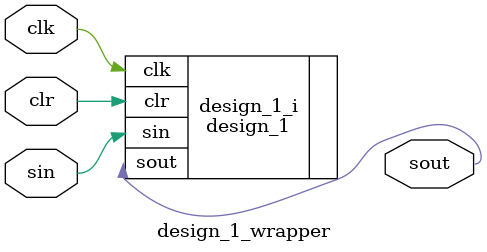
<source format=v>
`timescale 1 ps / 1 ps

module design_1_wrapper
   (clk,
    clr,
    sin,
    sout);
  input clk;
  input clr;
  input sin;
  output sout;

  wire clk;
  wire clr;
  wire sin;
  wire sout;

  design_1 design_1_i
       (.clk(clk),
        .clr(clr),
        .sin(sin),
        .sout(sout));
endmodule

</source>
